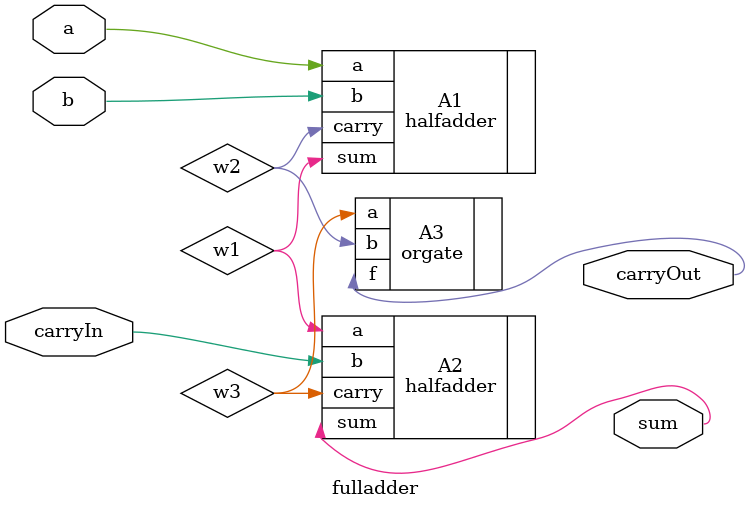
<source format=sv>
`timescale 1ns / 1ps


module fulladder(
   input a,
   input b,
   input carryIn,
   output sum,
   output carryOut
   );
   logic w1, w2, w3;
   
   halfadder A1(.a(a),.b(b),.sum(w1),.carry(w2));
   halfadder A2(.a(w1),.b(carryIn),.sum(sum),.carry(w3));
   orgate A3(.a(w3),.b(w2),.f(carryOut));
   
endmodule
</source>
